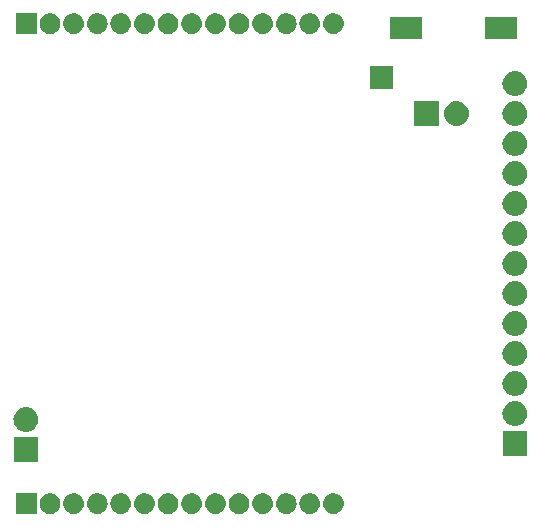
<source format=gbs>
G04 #@! TF.GenerationSoftware,KiCad,Pcbnew,(5.1.0-0)*
G04 #@! TF.CreationDate,2019-04-21T15:27:39+03:00*
G04 #@! TF.ProjectId,ovms-swcan,6f766d73-2d73-4776-9361-6e2e6b696361,1.0*
G04 #@! TF.SameCoordinates,Original*
G04 #@! TF.FileFunction,Soldermask,Bot*
G04 #@! TF.FilePolarity,Negative*
%FSLAX46Y46*%
G04 Gerber Fmt 4.6, Leading zero omitted, Abs format (unit mm)*
G04 Created by KiCad (PCBNEW (5.1.0-0)) date 2019-04-21 15:27:39*
%MOMM*%
%LPD*%
G04 APERTURE LIST*
%ADD10C,0.100000*%
G04 APERTURE END LIST*
D10*
G36*
X139706801Y-97940044D02*
G01*
X139743530Y-97943661D01*
X139795919Y-97959553D01*
X139908469Y-97993694D01*
X140060475Y-98074943D01*
X140193712Y-98184288D01*
X140303057Y-98317525D01*
X140384306Y-98469531D01*
X140418447Y-98582081D01*
X140434339Y-98634470D01*
X140434339Y-98634472D01*
X140451234Y-98806000D01*
X140437119Y-98949301D01*
X140434339Y-98977530D01*
X140418447Y-99029919D01*
X140384306Y-99142469D01*
X140303057Y-99294475D01*
X140193712Y-99427712D01*
X140060475Y-99537057D01*
X139908469Y-99618306D01*
X139795919Y-99652447D01*
X139743530Y-99668339D01*
X139706801Y-99671956D01*
X139614984Y-99681000D01*
X139529016Y-99681000D01*
X139437199Y-99671956D01*
X139400470Y-99668339D01*
X139348081Y-99652447D01*
X139235531Y-99618306D01*
X139083525Y-99537057D01*
X138950288Y-99427712D01*
X138840943Y-99294475D01*
X138759694Y-99142469D01*
X138725553Y-99029919D01*
X138709661Y-98977530D01*
X138706881Y-98949301D01*
X138692766Y-98806000D01*
X138709661Y-98634472D01*
X138709661Y-98634470D01*
X138725553Y-98582081D01*
X138759694Y-98469531D01*
X138840943Y-98317525D01*
X138950288Y-98184288D01*
X139083525Y-98074943D01*
X139235531Y-97993694D01*
X139348081Y-97959553D01*
X139400470Y-97943661D01*
X139437199Y-97940044D01*
X139529016Y-97931000D01*
X139614984Y-97931000D01*
X139706801Y-97940044D01*
X139706801Y-97940044D01*
G37*
G36*
X137706801Y-97940044D02*
G01*
X137743530Y-97943661D01*
X137795919Y-97959553D01*
X137908469Y-97993694D01*
X138060475Y-98074943D01*
X138193712Y-98184288D01*
X138303057Y-98317525D01*
X138384306Y-98469531D01*
X138418447Y-98582081D01*
X138434339Y-98634470D01*
X138434339Y-98634472D01*
X138451234Y-98806000D01*
X138437119Y-98949301D01*
X138434339Y-98977530D01*
X138418447Y-99029919D01*
X138384306Y-99142469D01*
X138303057Y-99294475D01*
X138193712Y-99427712D01*
X138060475Y-99537057D01*
X137908469Y-99618306D01*
X137795919Y-99652447D01*
X137743530Y-99668339D01*
X137706801Y-99671956D01*
X137614984Y-99681000D01*
X137529016Y-99681000D01*
X137437199Y-99671956D01*
X137400470Y-99668339D01*
X137348081Y-99652447D01*
X137235531Y-99618306D01*
X137083525Y-99537057D01*
X136950288Y-99427712D01*
X136840943Y-99294475D01*
X136759694Y-99142469D01*
X136725553Y-99029919D01*
X136709661Y-98977530D01*
X136706881Y-98949301D01*
X136692766Y-98806000D01*
X136709661Y-98634472D01*
X136709661Y-98634470D01*
X136725553Y-98582081D01*
X136759694Y-98469531D01*
X136840943Y-98317525D01*
X136950288Y-98184288D01*
X137083525Y-98074943D01*
X137235531Y-97993694D01*
X137348081Y-97959553D01*
X137400470Y-97943661D01*
X137437199Y-97940044D01*
X137529016Y-97931000D01*
X137614984Y-97931000D01*
X137706801Y-97940044D01*
X137706801Y-97940044D01*
G37*
G36*
X135706801Y-97940044D02*
G01*
X135743530Y-97943661D01*
X135795919Y-97959553D01*
X135908469Y-97993694D01*
X136060475Y-98074943D01*
X136193712Y-98184288D01*
X136303057Y-98317525D01*
X136384306Y-98469531D01*
X136418447Y-98582081D01*
X136434339Y-98634470D01*
X136434339Y-98634472D01*
X136451234Y-98806000D01*
X136437119Y-98949301D01*
X136434339Y-98977530D01*
X136418447Y-99029919D01*
X136384306Y-99142469D01*
X136303057Y-99294475D01*
X136193712Y-99427712D01*
X136060475Y-99537057D01*
X135908469Y-99618306D01*
X135795919Y-99652447D01*
X135743530Y-99668339D01*
X135706801Y-99671956D01*
X135614984Y-99681000D01*
X135529016Y-99681000D01*
X135437199Y-99671956D01*
X135400470Y-99668339D01*
X135348081Y-99652447D01*
X135235531Y-99618306D01*
X135083525Y-99537057D01*
X134950288Y-99427712D01*
X134840943Y-99294475D01*
X134759694Y-99142469D01*
X134725553Y-99029919D01*
X134709661Y-98977530D01*
X134706881Y-98949301D01*
X134692766Y-98806000D01*
X134709661Y-98634472D01*
X134709661Y-98634470D01*
X134725553Y-98582081D01*
X134759694Y-98469531D01*
X134840943Y-98317525D01*
X134950288Y-98184288D01*
X135083525Y-98074943D01*
X135235531Y-97993694D01*
X135348081Y-97959553D01*
X135400470Y-97943661D01*
X135437199Y-97940044D01*
X135529016Y-97931000D01*
X135614984Y-97931000D01*
X135706801Y-97940044D01*
X135706801Y-97940044D01*
G37*
G36*
X133706801Y-97940044D02*
G01*
X133743530Y-97943661D01*
X133795919Y-97959553D01*
X133908469Y-97993694D01*
X134060475Y-98074943D01*
X134193712Y-98184288D01*
X134303057Y-98317525D01*
X134384306Y-98469531D01*
X134418447Y-98582081D01*
X134434339Y-98634470D01*
X134434339Y-98634472D01*
X134451234Y-98806000D01*
X134437119Y-98949301D01*
X134434339Y-98977530D01*
X134418447Y-99029919D01*
X134384306Y-99142469D01*
X134303057Y-99294475D01*
X134193712Y-99427712D01*
X134060475Y-99537057D01*
X133908469Y-99618306D01*
X133795919Y-99652447D01*
X133743530Y-99668339D01*
X133706801Y-99671956D01*
X133614984Y-99681000D01*
X133529016Y-99681000D01*
X133437199Y-99671956D01*
X133400470Y-99668339D01*
X133348081Y-99652447D01*
X133235531Y-99618306D01*
X133083525Y-99537057D01*
X132950288Y-99427712D01*
X132840943Y-99294475D01*
X132759694Y-99142469D01*
X132725553Y-99029919D01*
X132709661Y-98977530D01*
X132706881Y-98949301D01*
X132692766Y-98806000D01*
X132709661Y-98634472D01*
X132709661Y-98634470D01*
X132725553Y-98582081D01*
X132759694Y-98469531D01*
X132840943Y-98317525D01*
X132950288Y-98184288D01*
X133083525Y-98074943D01*
X133235531Y-97993694D01*
X133348081Y-97959553D01*
X133400470Y-97943661D01*
X133437199Y-97940044D01*
X133529016Y-97931000D01*
X133614984Y-97931000D01*
X133706801Y-97940044D01*
X133706801Y-97940044D01*
G37*
G36*
X131706801Y-97940044D02*
G01*
X131743530Y-97943661D01*
X131795919Y-97959553D01*
X131908469Y-97993694D01*
X132060475Y-98074943D01*
X132193712Y-98184288D01*
X132303057Y-98317525D01*
X132384306Y-98469531D01*
X132418447Y-98582081D01*
X132434339Y-98634470D01*
X132434339Y-98634472D01*
X132451234Y-98806000D01*
X132437119Y-98949301D01*
X132434339Y-98977530D01*
X132418447Y-99029919D01*
X132384306Y-99142469D01*
X132303057Y-99294475D01*
X132193712Y-99427712D01*
X132060475Y-99537057D01*
X131908469Y-99618306D01*
X131795919Y-99652447D01*
X131743530Y-99668339D01*
X131706801Y-99671956D01*
X131614984Y-99681000D01*
X131529016Y-99681000D01*
X131437199Y-99671956D01*
X131400470Y-99668339D01*
X131348081Y-99652447D01*
X131235531Y-99618306D01*
X131083525Y-99537057D01*
X130950288Y-99427712D01*
X130840943Y-99294475D01*
X130759694Y-99142469D01*
X130725553Y-99029919D01*
X130709661Y-98977530D01*
X130706881Y-98949301D01*
X130692766Y-98806000D01*
X130709661Y-98634472D01*
X130709661Y-98634470D01*
X130725553Y-98582081D01*
X130759694Y-98469531D01*
X130840943Y-98317525D01*
X130950288Y-98184288D01*
X131083525Y-98074943D01*
X131235531Y-97993694D01*
X131348081Y-97959553D01*
X131400470Y-97943661D01*
X131437199Y-97940044D01*
X131529016Y-97931000D01*
X131614984Y-97931000D01*
X131706801Y-97940044D01*
X131706801Y-97940044D01*
G37*
G36*
X129706801Y-97940044D02*
G01*
X129743530Y-97943661D01*
X129795919Y-97959553D01*
X129908469Y-97993694D01*
X130060475Y-98074943D01*
X130193712Y-98184288D01*
X130303057Y-98317525D01*
X130384306Y-98469531D01*
X130418447Y-98582081D01*
X130434339Y-98634470D01*
X130434339Y-98634472D01*
X130451234Y-98806000D01*
X130437119Y-98949301D01*
X130434339Y-98977530D01*
X130418447Y-99029919D01*
X130384306Y-99142469D01*
X130303057Y-99294475D01*
X130193712Y-99427712D01*
X130060475Y-99537057D01*
X129908469Y-99618306D01*
X129795919Y-99652447D01*
X129743530Y-99668339D01*
X129706801Y-99671956D01*
X129614984Y-99681000D01*
X129529016Y-99681000D01*
X129437199Y-99671956D01*
X129400470Y-99668339D01*
X129348081Y-99652447D01*
X129235531Y-99618306D01*
X129083525Y-99537057D01*
X128950288Y-99427712D01*
X128840943Y-99294475D01*
X128759694Y-99142469D01*
X128725553Y-99029919D01*
X128709661Y-98977530D01*
X128706881Y-98949301D01*
X128692766Y-98806000D01*
X128709661Y-98634472D01*
X128709661Y-98634470D01*
X128725553Y-98582081D01*
X128759694Y-98469531D01*
X128840943Y-98317525D01*
X128950288Y-98184288D01*
X129083525Y-98074943D01*
X129235531Y-97993694D01*
X129348081Y-97959553D01*
X129400470Y-97943661D01*
X129437199Y-97940044D01*
X129529016Y-97931000D01*
X129614984Y-97931000D01*
X129706801Y-97940044D01*
X129706801Y-97940044D01*
G37*
G36*
X127706801Y-97940044D02*
G01*
X127743530Y-97943661D01*
X127795919Y-97959553D01*
X127908469Y-97993694D01*
X128060475Y-98074943D01*
X128193712Y-98184288D01*
X128303057Y-98317525D01*
X128384306Y-98469531D01*
X128418447Y-98582081D01*
X128434339Y-98634470D01*
X128434339Y-98634472D01*
X128451234Y-98806000D01*
X128437119Y-98949301D01*
X128434339Y-98977530D01*
X128418447Y-99029919D01*
X128384306Y-99142469D01*
X128303057Y-99294475D01*
X128193712Y-99427712D01*
X128060475Y-99537057D01*
X127908469Y-99618306D01*
X127795919Y-99652447D01*
X127743530Y-99668339D01*
X127706801Y-99671956D01*
X127614984Y-99681000D01*
X127529016Y-99681000D01*
X127437199Y-99671956D01*
X127400470Y-99668339D01*
X127348081Y-99652447D01*
X127235531Y-99618306D01*
X127083525Y-99537057D01*
X126950288Y-99427712D01*
X126840943Y-99294475D01*
X126759694Y-99142469D01*
X126725553Y-99029919D01*
X126709661Y-98977530D01*
X126706881Y-98949301D01*
X126692766Y-98806000D01*
X126709661Y-98634472D01*
X126709661Y-98634470D01*
X126725553Y-98582081D01*
X126759694Y-98469531D01*
X126840943Y-98317525D01*
X126950288Y-98184288D01*
X127083525Y-98074943D01*
X127235531Y-97993694D01*
X127348081Y-97959553D01*
X127400470Y-97943661D01*
X127437199Y-97940044D01*
X127529016Y-97931000D01*
X127614984Y-97931000D01*
X127706801Y-97940044D01*
X127706801Y-97940044D01*
G37*
G36*
X125706801Y-97940044D02*
G01*
X125743530Y-97943661D01*
X125795919Y-97959553D01*
X125908469Y-97993694D01*
X126060475Y-98074943D01*
X126193712Y-98184288D01*
X126303057Y-98317525D01*
X126384306Y-98469531D01*
X126418447Y-98582081D01*
X126434339Y-98634470D01*
X126434339Y-98634472D01*
X126451234Y-98806000D01*
X126437119Y-98949301D01*
X126434339Y-98977530D01*
X126418447Y-99029919D01*
X126384306Y-99142469D01*
X126303057Y-99294475D01*
X126193712Y-99427712D01*
X126060475Y-99537057D01*
X125908469Y-99618306D01*
X125795919Y-99652447D01*
X125743530Y-99668339D01*
X125706801Y-99671956D01*
X125614984Y-99681000D01*
X125529016Y-99681000D01*
X125437199Y-99671956D01*
X125400470Y-99668339D01*
X125348081Y-99652447D01*
X125235531Y-99618306D01*
X125083525Y-99537057D01*
X124950288Y-99427712D01*
X124840943Y-99294475D01*
X124759694Y-99142469D01*
X124725553Y-99029919D01*
X124709661Y-98977530D01*
X124706881Y-98949301D01*
X124692766Y-98806000D01*
X124709661Y-98634472D01*
X124709661Y-98634470D01*
X124725553Y-98582081D01*
X124759694Y-98469531D01*
X124840943Y-98317525D01*
X124950288Y-98184288D01*
X125083525Y-98074943D01*
X125235531Y-97993694D01*
X125348081Y-97959553D01*
X125400470Y-97943661D01*
X125437199Y-97940044D01*
X125529016Y-97931000D01*
X125614984Y-97931000D01*
X125706801Y-97940044D01*
X125706801Y-97940044D01*
G37*
G36*
X123706801Y-97940044D02*
G01*
X123743530Y-97943661D01*
X123795919Y-97959553D01*
X123908469Y-97993694D01*
X124060475Y-98074943D01*
X124193712Y-98184288D01*
X124303057Y-98317525D01*
X124384306Y-98469531D01*
X124418447Y-98582081D01*
X124434339Y-98634470D01*
X124434339Y-98634472D01*
X124451234Y-98806000D01*
X124437119Y-98949301D01*
X124434339Y-98977530D01*
X124418447Y-99029919D01*
X124384306Y-99142469D01*
X124303057Y-99294475D01*
X124193712Y-99427712D01*
X124060475Y-99537057D01*
X123908469Y-99618306D01*
X123795919Y-99652447D01*
X123743530Y-99668339D01*
X123706801Y-99671956D01*
X123614984Y-99681000D01*
X123529016Y-99681000D01*
X123437199Y-99671956D01*
X123400470Y-99668339D01*
X123348081Y-99652447D01*
X123235531Y-99618306D01*
X123083525Y-99537057D01*
X122950288Y-99427712D01*
X122840943Y-99294475D01*
X122759694Y-99142469D01*
X122725553Y-99029919D01*
X122709661Y-98977530D01*
X122706881Y-98949301D01*
X122692766Y-98806000D01*
X122709661Y-98634472D01*
X122709661Y-98634470D01*
X122725553Y-98582081D01*
X122759694Y-98469531D01*
X122840943Y-98317525D01*
X122950288Y-98184288D01*
X123083525Y-98074943D01*
X123235531Y-97993694D01*
X123348081Y-97959553D01*
X123400470Y-97943661D01*
X123437199Y-97940044D01*
X123529016Y-97931000D01*
X123614984Y-97931000D01*
X123706801Y-97940044D01*
X123706801Y-97940044D01*
G37*
G36*
X121706801Y-97940044D02*
G01*
X121743530Y-97943661D01*
X121795919Y-97959553D01*
X121908469Y-97993694D01*
X122060475Y-98074943D01*
X122193712Y-98184288D01*
X122303057Y-98317525D01*
X122384306Y-98469531D01*
X122418447Y-98582081D01*
X122434339Y-98634470D01*
X122434339Y-98634472D01*
X122451234Y-98806000D01*
X122437119Y-98949301D01*
X122434339Y-98977530D01*
X122418447Y-99029919D01*
X122384306Y-99142469D01*
X122303057Y-99294475D01*
X122193712Y-99427712D01*
X122060475Y-99537057D01*
X121908469Y-99618306D01*
X121795919Y-99652447D01*
X121743530Y-99668339D01*
X121706801Y-99671956D01*
X121614984Y-99681000D01*
X121529016Y-99681000D01*
X121437199Y-99671956D01*
X121400470Y-99668339D01*
X121348081Y-99652447D01*
X121235531Y-99618306D01*
X121083525Y-99537057D01*
X120950288Y-99427712D01*
X120840943Y-99294475D01*
X120759694Y-99142469D01*
X120725553Y-99029919D01*
X120709661Y-98977530D01*
X120706881Y-98949301D01*
X120692766Y-98806000D01*
X120709661Y-98634472D01*
X120709661Y-98634470D01*
X120725553Y-98582081D01*
X120759694Y-98469531D01*
X120840943Y-98317525D01*
X120950288Y-98184288D01*
X121083525Y-98074943D01*
X121235531Y-97993694D01*
X121348081Y-97959553D01*
X121400470Y-97943661D01*
X121437199Y-97940044D01*
X121529016Y-97931000D01*
X121614984Y-97931000D01*
X121706801Y-97940044D01*
X121706801Y-97940044D01*
G37*
G36*
X119706801Y-97940044D02*
G01*
X119743530Y-97943661D01*
X119795919Y-97959553D01*
X119908469Y-97993694D01*
X120060475Y-98074943D01*
X120193712Y-98184288D01*
X120303057Y-98317525D01*
X120384306Y-98469531D01*
X120418447Y-98582081D01*
X120434339Y-98634470D01*
X120434339Y-98634472D01*
X120451234Y-98806000D01*
X120437119Y-98949301D01*
X120434339Y-98977530D01*
X120418447Y-99029919D01*
X120384306Y-99142469D01*
X120303057Y-99294475D01*
X120193712Y-99427712D01*
X120060475Y-99537057D01*
X119908469Y-99618306D01*
X119795919Y-99652447D01*
X119743530Y-99668339D01*
X119706801Y-99671956D01*
X119614984Y-99681000D01*
X119529016Y-99681000D01*
X119437199Y-99671956D01*
X119400470Y-99668339D01*
X119348081Y-99652447D01*
X119235531Y-99618306D01*
X119083525Y-99537057D01*
X118950288Y-99427712D01*
X118840943Y-99294475D01*
X118759694Y-99142469D01*
X118725553Y-99029919D01*
X118709661Y-98977530D01*
X118706881Y-98949301D01*
X118692766Y-98806000D01*
X118709661Y-98634472D01*
X118709661Y-98634470D01*
X118725553Y-98582081D01*
X118759694Y-98469531D01*
X118840943Y-98317525D01*
X118950288Y-98184288D01*
X119083525Y-98074943D01*
X119235531Y-97993694D01*
X119348081Y-97959553D01*
X119400470Y-97943661D01*
X119437199Y-97940044D01*
X119529016Y-97931000D01*
X119614984Y-97931000D01*
X119706801Y-97940044D01*
X119706801Y-97940044D01*
G37*
G36*
X117706801Y-97940044D02*
G01*
X117743530Y-97943661D01*
X117795919Y-97959553D01*
X117908469Y-97993694D01*
X118060475Y-98074943D01*
X118193712Y-98184288D01*
X118303057Y-98317525D01*
X118384306Y-98469531D01*
X118418447Y-98582081D01*
X118434339Y-98634470D01*
X118434339Y-98634472D01*
X118451234Y-98806000D01*
X118437119Y-98949301D01*
X118434339Y-98977530D01*
X118418447Y-99029919D01*
X118384306Y-99142469D01*
X118303057Y-99294475D01*
X118193712Y-99427712D01*
X118060475Y-99537057D01*
X117908469Y-99618306D01*
X117795919Y-99652447D01*
X117743530Y-99668339D01*
X117706801Y-99671956D01*
X117614984Y-99681000D01*
X117529016Y-99681000D01*
X117437199Y-99671956D01*
X117400470Y-99668339D01*
X117348081Y-99652447D01*
X117235531Y-99618306D01*
X117083525Y-99537057D01*
X116950288Y-99427712D01*
X116840943Y-99294475D01*
X116759694Y-99142469D01*
X116725553Y-99029919D01*
X116709661Y-98977530D01*
X116706881Y-98949301D01*
X116692766Y-98806000D01*
X116709661Y-98634472D01*
X116709661Y-98634470D01*
X116725553Y-98582081D01*
X116759694Y-98469531D01*
X116840943Y-98317525D01*
X116950288Y-98184288D01*
X117083525Y-98074943D01*
X117235531Y-97993694D01*
X117348081Y-97959553D01*
X117400470Y-97943661D01*
X117437199Y-97940044D01*
X117529016Y-97931000D01*
X117614984Y-97931000D01*
X117706801Y-97940044D01*
X117706801Y-97940044D01*
G37*
G36*
X115706801Y-97940044D02*
G01*
X115743530Y-97943661D01*
X115795919Y-97959553D01*
X115908469Y-97993694D01*
X116060475Y-98074943D01*
X116193712Y-98184288D01*
X116303057Y-98317525D01*
X116384306Y-98469531D01*
X116418447Y-98582081D01*
X116434339Y-98634470D01*
X116434339Y-98634472D01*
X116451234Y-98806000D01*
X116437119Y-98949301D01*
X116434339Y-98977530D01*
X116418447Y-99029919D01*
X116384306Y-99142469D01*
X116303057Y-99294475D01*
X116193712Y-99427712D01*
X116060475Y-99537057D01*
X115908469Y-99618306D01*
X115795919Y-99652447D01*
X115743530Y-99668339D01*
X115706801Y-99671956D01*
X115614984Y-99681000D01*
X115529016Y-99681000D01*
X115437199Y-99671956D01*
X115400470Y-99668339D01*
X115348081Y-99652447D01*
X115235531Y-99618306D01*
X115083525Y-99537057D01*
X114950288Y-99427712D01*
X114840943Y-99294475D01*
X114759694Y-99142469D01*
X114725553Y-99029919D01*
X114709661Y-98977530D01*
X114706881Y-98949301D01*
X114692766Y-98806000D01*
X114709661Y-98634472D01*
X114709661Y-98634470D01*
X114725553Y-98582081D01*
X114759694Y-98469531D01*
X114840943Y-98317525D01*
X114950288Y-98184288D01*
X115083525Y-98074943D01*
X115235531Y-97993694D01*
X115348081Y-97959553D01*
X115400470Y-97943661D01*
X115437199Y-97940044D01*
X115529016Y-97931000D01*
X115614984Y-97931000D01*
X115706801Y-97940044D01*
X115706801Y-97940044D01*
G37*
G36*
X114447000Y-99681000D02*
G01*
X112697000Y-99681000D01*
X112697000Y-97931000D01*
X114447000Y-97931000D01*
X114447000Y-99681000D01*
X114447000Y-99681000D01*
G37*
G36*
X114588000Y-95284000D02*
G01*
X112488000Y-95284000D01*
X112488000Y-93184000D01*
X114588000Y-93184000D01*
X114588000Y-95284000D01*
X114588000Y-95284000D01*
G37*
G36*
X155990000Y-94776000D02*
G01*
X153890000Y-94776000D01*
X153890000Y-92676000D01*
X155990000Y-92676000D01*
X155990000Y-94776000D01*
X155990000Y-94776000D01*
G37*
G36*
X113705271Y-90655395D02*
G01*
X113743836Y-90659193D01*
X113875787Y-90699220D01*
X113941763Y-90719233D01*
X114124169Y-90816731D01*
X114284054Y-90947946D01*
X114415269Y-91107831D01*
X114512767Y-91290237D01*
X114512767Y-91290238D01*
X114572807Y-91488164D01*
X114572807Y-91488166D01*
X114593081Y-91694000D01*
X114585381Y-91772171D01*
X114572807Y-91899836D01*
X114532780Y-92031787D01*
X114512767Y-92097763D01*
X114415269Y-92280169D01*
X114284054Y-92440054D01*
X114124169Y-92571269D01*
X113941763Y-92668767D01*
X113875787Y-92688780D01*
X113743836Y-92728807D01*
X113705271Y-92732605D01*
X113589584Y-92744000D01*
X113486416Y-92744000D01*
X113370729Y-92732605D01*
X113332164Y-92728807D01*
X113200213Y-92688780D01*
X113134237Y-92668767D01*
X112951831Y-92571269D01*
X112791946Y-92440054D01*
X112660731Y-92280169D01*
X112563233Y-92097763D01*
X112543220Y-92031787D01*
X112503193Y-91899836D01*
X112490619Y-91772171D01*
X112482919Y-91694000D01*
X112503193Y-91488166D01*
X112503193Y-91488164D01*
X112563233Y-91290238D01*
X112563233Y-91290237D01*
X112660731Y-91107831D01*
X112791946Y-90947946D01*
X112951831Y-90816731D01*
X113134237Y-90719233D01*
X113200213Y-90699220D01*
X113332164Y-90659193D01*
X113370729Y-90655395D01*
X113486416Y-90644000D01*
X113589584Y-90644000D01*
X113705271Y-90655395D01*
X113705271Y-90655395D01*
G37*
G36*
X155107272Y-90147395D02*
G01*
X155145836Y-90151193D01*
X155277787Y-90191220D01*
X155343763Y-90211233D01*
X155526169Y-90308731D01*
X155686054Y-90439946D01*
X155817269Y-90599831D01*
X155914767Y-90782237D01*
X155914767Y-90782238D01*
X155974807Y-90980164D01*
X155974807Y-90980166D01*
X155995081Y-91186000D01*
X155978143Y-91357961D01*
X155974807Y-91391836D01*
X155945586Y-91488164D01*
X155914767Y-91589763D01*
X155817269Y-91772169D01*
X155686054Y-91932054D01*
X155526169Y-92063269D01*
X155343763Y-92160767D01*
X155277787Y-92180780D01*
X155145836Y-92220807D01*
X155107272Y-92224605D01*
X154991584Y-92236000D01*
X154888416Y-92236000D01*
X154772728Y-92224605D01*
X154734164Y-92220807D01*
X154602213Y-92180780D01*
X154536237Y-92160767D01*
X154353831Y-92063269D01*
X154193946Y-91932054D01*
X154062731Y-91772169D01*
X153965233Y-91589763D01*
X153934414Y-91488164D01*
X153905193Y-91391836D01*
X153901857Y-91357961D01*
X153884919Y-91186000D01*
X153905193Y-90980166D01*
X153905193Y-90980164D01*
X153965233Y-90782238D01*
X153965233Y-90782237D01*
X154062731Y-90599831D01*
X154193946Y-90439946D01*
X154353831Y-90308731D01*
X154536237Y-90211233D01*
X154602213Y-90191220D01*
X154734164Y-90151193D01*
X154772728Y-90147395D01*
X154888416Y-90136000D01*
X154991584Y-90136000D01*
X155107272Y-90147395D01*
X155107272Y-90147395D01*
G37*
G36*
X155107272Y-87607395D02*
G01*
X155145836Y-87611193D01*
X155277787Y-87651220D01*
X155343763Y-87671233D01*
X155526169Y-87768731D01*
X155686054Y-87899946D01*
X155817269Y-88059831D01*
X155914767Y-88242237D01*
X155914767Y-88242238D01*
X155974807Y-88440164D01*
X155974807Y-88440166D01*
X155995081Y-88646000D01*
X155978143Y-88817961D01*
X155974807Y-88851836D01*
X155934780Y-88983787D01*
X155914767Y-89049763D01*
X155817269Y-89232169D01*
X155686054Y-89392054D01*
X155526169Y-89523269D01*
X155343763Y-89620767D01*
X155277787Y-89640780D01*
X155145836Y-89680807D01*
X155107272Y-89684605D01*
X154991584Y-89696000D01*
X154888416Y-89696000D01*
X154772728Y-89684605D01*
X154734164Y-89680807D01*
X154602213Y-89640780D01*
X154536237Y-89620767D01*
X154353831Y-89523269D01*
X154193946Y-89392054D01*
X154062731Y-89232169D01*
X153965233Y-89049763D01*
X153945220Y-88983787D01*
X153905193Y-88851836D01*
X153901857Y-88817961D01*
X153884919Y-88646000D01*
X153905193Y-88440166D01*
X153905193Y-88440164D01*
X153965233Y-88242238D01*
X153965233Y-88242237D01*
X154062731Y-88059831D01*
X154193946Y-87899946D01*
X154353831Y-87768731D01*
X154536237Y-87671233D01*
X154602213Y-87651220D01*
X154734164Y-87611193D01*
X154772728Y-87607395D01*
X154888416Y-87596000D01*
X154991584Y-87596000D01*
X155107272Y-87607395D01*
X155107272Y-87607395D01*
G37*
G36*
X155107272Y-85067395D02*
G01*
X155145836Y-85071193D01*
X155277787Y-85111220D01*
X155343763Y-85131233D01*
X155526169Y-85228731D01*
X155686054Y-85359946D01*
X155817269Y-85519831D01*
X155914767Y-85702237D01*
X155914767Y-85702238D01*
X155974807Y-85900164D01*
X155974807Y-85900166D01*
X155995081Y-86106000D01*
X155978143Y-86277961D01*
X155974807Y-86311836D01*
X155934780Y-86443787D01*
X155914767Y-86509763D01*
X155817269Y-86692169D01*
X155686054Y-86852054D01*
X155526169Y-86983269D01*
X155343763Y-87080767D01*
X155277787Y-87100780D01*
X155145836Y-87140807D01*
X155107272Y-87144605D01*
X154991584Y-87156000D01*
X154888416Y-87156000D01*
X154772728Y-87144605D01*
X154734164Y-87140807D01*
X154602213Y-87100780D01*
X154536237Y-87080767D01*
X154353831Y-86983269D01*
X154193946Y-86852054D01*
X154062731Y-86692169D01*
X153965233Y-86509763D01*
X153945220Y-86443787D01*
X153905193Y-86311836D01*
X153901857Y-86277961D01*
X153884919Y-86106000D01*
X153905193Y-85900166D01*
X153905193Y-85900164D01*
X153965233Y-85702238D01*
X153965233Y-85702237D01*
X154062731Y-85519831D01*
X154193946Y-85359946D01*
X154353831Y-85228731D01*
X154536237Y-85131233D01*
X154602213Y-85111220D01*
X154734164Y-85071193D01*
X154772728Y-85067395D01*
X154888416Y-85056000D01*
X154991584Y-85056000D01*
X155107272Y-85067395D01*
X155107272Y-85067395D01*
G37*
G36*
X155107272Y-82527395D02*
G01*
X155145836Y-82531193D01*
X155277787Y-82571220D01*
X155343763Y-82591233D01*
X155526169Y-82688731D01*
X155686054Y-82819946D01*
X155817269Y-82979831D01*
X155914767Y-83162237D01*
X155914767Y-83162238D01*
X155974807Y-83360164D01*
X155974807Y-83360166D01*
X155995081Y-83566000D01*
X155978143Y-83737961D01*
X155974807Y-83771836D01*
X155934780Y-83903787D01*
X155914767Y-83969763D01*
X155817269Y-84152169D01*
X155686054Y-84312054D01*
X155526169Y-84443269D01*
X155343763Y-84540767D01*
X155277787Y-84560780D01*
X155145836Y-84600807D01*
X155107271Y-84604605D01*
X154991584Y-84616000D01*
X154888416Y-84616000D01*
X154772729Y-84604605D01*
X154734164Y-84600807D01*
X154602213Y-84560780D01*
X154536237Y-84540767D01*
X154353831Y-84443269D01*
X154193946Y-84312054D01*
X154062731Y-84152169D01*
X153965233Y-83969763D01*
X153945220Y-83903787D01*
X153905193Y-83771836D01*
X153901857Y-83737961D01*
X153884919Y-83566000D01*
X153905193Y-83360166D01*
X153905193Y-83360164D01*
X153965233Y-83162238D01*
X153965233Y-83162237D01*
X154062731Y-82979831D01*
X154193946Y-82819946D01*
X154353831Y-82688731D01*
X154536237Y-82591233D01*
X154602213Y-82571220D01*
X154734164Y-82531193D01*
X154772728Y-82527395D01*
X154888416Y-82516000D01*
X154991584Y-82516000D01*
X155107272Y-82527395D01*
X155107272Y-82527395D01*
G37*
G36*
X155107272Y-79987395D02*
G01*
X155145836Y-79991193D01*
X155277787Y-80031220D01*
X155343763Y-80051233D01*
X155526169Y-80148731D01*
X155686054Y-80279946D01*
X155817269Y-80439831D01*
X155914767Y-80622237D01*
X155914767Y-80622238D01*
X155974807Y-80820164D01*
X155974807Y-80820166D01*
X155995081Y-81026000D01*
X155978143Y-81197961D01*
X155974807Y-81231836D01*
X155934780Y-81363787D01*
X155914767Y-81429763D01*
X155817269Y-81612169D01*
X155686054Y-81772054D01*
X155526169Y-81903269D01*
X155343763Y-82000767D01*
X155277787Y-82020780D01*
X155145836Y-82060807D01*
X155107271Y-82064605D01*
X154991584Y-82076000D01*
X154888416Y-82076000D01*
X154772729Y-82064605D01*
X154734164Y-82060807D01*
X154602213Y-82020780D01*
X154536237Y-82000767D01*
X154353831Y-81903269D01*
X154193946Y-81772054D01*
X154062731Y-81612169D01*
X153965233Y-81429763D01*
X153945220Y-81363787D01*
X153905193Y-81231836D01*
X153901857Y-81197961D01*
X153884919Y-81026000D01*
X153905193Y-80820166D01*
X153905193Y-80820164D01*
X153965233Y-80622238D01*
X153965233Y-80622237D01*
X154062731Y-80439831D01*
X154193946Y-80279946D01*
X154353831Y-80148731D01*
X154536237Y-80051233D01*
X154602213Y-80031220D01*
X154734164Y-79991193D01*
X154772728Y-79987395D01*
X154888416Y-79976000D01*
X154991584Y-79976000D01*
X155107272Y-79987395D01*
X155107272Y-79987395D01*
G37*
G36*
X155107272Y-77447395D02*
G01*
X155145836Y-77451193D01*
X155277787Y-77491220D01*
X155343763Y-77511233D01*
X155526169Y-77608731D01*
X155686054Y-77739946D01*
X155817269Y-77899831D01*
X155914767Y-78082237D01*
X155914767Y-78082238D01*
X155974807Y-78280164D01*
X155974807Y-78280166D01*
X155995081Y-78486000D01*
X155978143Y-78657961D01*
X155974807Y-78691836D01*
X155934780Y-78823787D01*
X155914767Y-78889763D01*
X155817269Y-79072169D01*
X155686054Y-79232054D01*
X155526169Y-79363269D01*
X155343763Y-79460767D01*
X155277787Y-79480780D01*
X155145836Y-79520807D01*
X155107271Y-79524605D01*
X154991584Y-79536000D01*
X154888416Y-79536000D01*
X154772729Y-79524605D01*
X154734164Y-79520807D01*
X154602213Y-79480780D01*
X154536237Y-79460767D01*
X154353831Y-79363269D01*
X154193946Y-79232054D01*
X154062731Y-79072169D01*
X153965233Y-78889763D01*
X153945220Y-78823787D01*
X153905193Y-78691836D01*
X153901857Y-78657961D01*
X153884919Y-78486000D01*
X153905193Y-78280166D01*
X153905193Y-78280164D01*
X153965233Y-78082238D01*
X153965233Y-78082237D01*
X154062731Y-77899831D01*
X154193946Y-77739946D01*
X154353831Y-77608731D01*
X154536237Y-77511233D01*
X154602213Y-77491220D01*
X154734164Y-77451193D01*
X154772728Y-77447395D01*
X154888416Y-77436000D01*
X154991584Y-77436000D01*
X155107272Y-77447395D01*
X155107272Y-77447395D01*
G37*
G36*
X155107272Y-74907395D02*
G01*
X155145836Y-74911193D01*
X155277787Y-74951220D01*
X155343763Y-74971233D01*
X155526169Y-75068731D01*
X155686054Y-75199946D01*
X155817269Y-75359831D01*
X155914767Y-75542237D01*
X155914767Y-75542238D01*
X155974807Y-75740164D01*
X155974807Y-75740166D01*
X155995081Y-75946000D01*
X155978143Y-76117961D01*
X155974807Y-76151836D01*
X155934780Y-76283787D01*
X155914767Y-76349763D01*
X155817269Y-76532169D01*
X155686054Y-76692054D01*
X155526169Y-76823269D01*
X155343763Y-76920767D01*
X155277787Y-76940780D01*
X155145836Y-76980807D01*
X155107271Y-76984605D01*
X154991584Y-76996000D01*
X154888416Y-76996000D01*
X154772729Y-76984605D01*
X154734164Y-76980807D01*
X154602213Y-76940780D01*
X154536237Y-76920767D01*
X154353831Y-76823269D01*
X154193946Y-76692054D01*
X154062731Y-76532169D01*
X153965233Y-76349763D01*
X153945220Y-76283787D01*
X153905193Y-76151836D01*
X153901857Y-76117961D01*
X153884919Y-75946000D01*
X153905193Y-75740166D01*
X153905193Y-75740164D01*
X153965233Y-75542238D01*
X153965233Y-75542237D01*
X154062731Y-75359831D01*
X154193946Y-75199946D01*
X154353831Y-75068731D01*
X154536237Y-74971233D01*
X154602213Y-74951220D01*
X154734164Y-74911193D01*
X154772728Y-74907395D01*
X154888416Y-74896000D01*
X154991584Y-74896000D01*
X155107272Y-74907395D01*
X155107272Y-74907395D01*
G37*
G36*
X155107272Y-72367395D02*
G01*
X155145836Y-72371193D01*
X155277787Y-72411220D01*
X155343763Y-72431233D01*
X155526169Y-72528731D01*
X155686054Y-72659946D01*
X155817269Y-72819831D01*
X155914767Y-73002237D01*
X155914767Y-73002238D01*
X155974807Y-73200164D01*
X155974807Y-73200166D01*
X155995081Y-73406000D01*
X155978143Y-73577961D01*
X155974807Y-73611836D01*
X155934780Y-73743787D01*
X155914767Y-73809763D01*
X155817269Y-73992169D01*
X155686054Y-74152054D01*
X155526169Y-74283269D01*
X155343763Y-74380767D01*
X155277787Y-74400780D01*
X155145836Y-74440807D01*
X155107271Y-74444605D01*
X154991584Y-74456000D01*
X154888416Y-74456000D01*
X154772729Y-74444605D01*
X154734164Y-74440807D01*
X154602213Y-74400780D01*
X154536237Y-74380767D01*
X154353831Y-74283269D01*
X154193946Y-74152054D01*
X154062731Y-73992169D01*
X153965233Y-73809763D01*
X153945220Y-73743787D01*
X153905193Y-73611836D01*
X153901857Y-73577961D01*
X153884919Y-73406000D01*
X153905193Y-73200166D01*
X153905193Y-73200164D01*
X153965233Y-73002238D01*
X153965233Y-73002237D01*
X154062731Y-72819831D01*
X154193946Y-72659946D01*
X154353831Y-72528731D01*
X154536237Y-72431233D01*
X154602213Y-72411220D01*
X154734164Y-72371193D01*
X154772728Y-72367395D01*
X154888416Y-72356000D01*
X154991584Y-72356000D01*
X155107272Y-72367395D01*
X155107272Y-72367395D01*
G37*
G36*
X155107271Y-69827395D02*
G01*
X155145836Y-69831193D01*
X155277787Y-69871220D01*
X155343763Y-69891233D01*
X155526169Y-69988731D01*
X155686054Y-70119946D01*
X155817269Y-70279831D01*
X155914767Y-70462237D01*
X155914767Y-70462238D01*
X155974807Y-70660164D01*
X155974807Y-70660166D01*
X155995081Y-70866000D01*
X155978143Y-71037961D01*
X155974807Y-71071836D01*
X155934780Y-71203787D01*
X155914767Y-71269763D01*
X155817269Y-71452169D01*
X155686054Y-71612054D01*
X155526169Y-71743269D01*
X155343763Y-71840767D01*
X155277787Y-71860780D01*
X155145836Y-71900807D01*
X155107271Y-71904605D01*
X154991584Y-71916000D01*
X154888416Y-71916000D01*
X154772729Y-71904605D01*
X154734164Y-71900807D01*
X154602213Y-71860780D01*
X154536237Y-71840767D01*
X154353831Y-71743269D01*
X154193946Y-71612054D01*
X154062731Y-71452169D01*
X153965233Y-71269763D01*
X153945220Y-71203787D01*
X153905193Y-71071836D01*
X153901857Y-71037961D01*
X153884919Y-70866000D01*
X153905193Y-70660166D01*
X153905193Y-70660164D01*
X153965233Y-70462238D01*
X153965233Y-70462237D01*
X154062731Y-70279831D01*
X154193946Y-70119946D01*
X154353831Y-69988731D01*
X154536237Y-69891233D01*
X154602213Y-69871220D01*
X154734164Y-69831193D01*
X154772729Y-69827395D01*
X154888416Y-69816000D01*
X154991584Y-69816000D01*
X155107271Y-69827395D01*
X155107271Y-69827395D01*
G37*
G36*
X155107271Y-67287395D02*
G01*
X155145836Y-67291193D01*
X155277787Y-67331220D01*
X155343763Y-67351233D01*
X155526169Y-67448731D01*
X155686054Y-67579946D01*
X155817269Y-67739831D01*
X155914767Y-67922237D01*
X155914767Y-67922238D01*
X155974807Y-68120164D01*
X155974807Y-68120166D01*
X155995081Y-68326000D01*
X155978143Y-68497961D01*
X155974807Y-68531836D01*
X155934780Y-68663787D01*
X155914767Y-68729763D01*
X155817269Y-68912169D01*
X155686054Y-69072054D01*
X155526169Y-69203269D01*
X155343763Y-69300767D01*
X155277787Y-69320780D01*
X155145836Y-69360807D01*
X155107271Y-69364605D01*
X154991584Y-69376000D01*
X154888416Y-69376000D01*
X154772729Y-69364605D01*
X154734164Y-69360807D01*
X154602213Y-69320780D01*
X154536237Y-69300767D01*
X154353831Y-69203269D01*
X154193946Y-69072054D01*
X154062731Y-68912169D01*
X153965233Y-68729763D01*
X153945220Y-68663787D01*
X153905193Y-68531836D01*
X153901857Y-68497961D01*
X153884919Y-68326000D01*
X153905193Y-68120166D01*
X153905193Y-68120164D01*
X153965233Y-67922238D01*
X153965233Y-67922237D01*
X154062731Y-67739831D01*
X154193946Y-67579946D01*
X154353831Y-67448731D01*
X154536237Y-67351233D01*
X154602213Y-67331220D01*
X154734164Y-67291193D01*
X154772729Y-67287395D01*
X154888416Y-67276000D01*
X154991584Y-67276000D01*
X155107271Y-67287395D01*
X155107271Y-67287395D01*
G37*
G36*
X155107271Y-64747395D02*
G01*
X155145836Y-64751193D01*
X155277787Y-64791220D01*
X155343763Y-64811233D01*
X155526169Y-64908731D01*
X155686054Y-65039946D01*
X155817269Y-65199831D01*
X155914767Y-65382237D01*
X155914767Y-65382238D01*
X155974807Y-65580164D01*
X155974807Y-65580166D01*
X155995081Y-65786000D01*
X155978143Y-65957961D01*
X155974807Y-65991836D01*
X155934780Y-66123787D01*
X155914767Y-66189763D01*
X155817269Y-66372169D01*
X155686054Y-66532054D01*
X155526169Y-66663269D01*
X155343763Y-66760767D01*
X155277787Y-66780780D01*
X155145836Y-66820807D01*
X155107271Y-66824605D01*
X154991584Y-66836000D01*
X154888416Y-66836000D01*
X154772729Y-66824605D01*
X154734164Y-66820807D01*
X154602213Y-66780780D01*
X154536237Y-66760767D01*
X154353831Y-66663269D01*
X154193946Y-66532054D01*
X154062731Y-66372169D01*
X153965233Y-66189763D01*
X153945220Y-66123787D01*
X153905193Y-65991836D01*
X153901857Y-65957961D01*
X153884919Y-65786000D01*
X153905193Y-65580166D01*
X153905193Y-65580164D01*
X153965233Y-65382238D01*
X153965233Y-65382237D01*
X154062731Y-65199831D01*
X154193946Y-65039946D01*
X154353831Y-64908731D01*
X154536237Y-64811233D01*
X154602213Y-64791220D01*
X154734164Y-64751193D01*
X154772729Y-64747395D01*
X154888416Y-64736000D01*
X154991584Y-64736000D01*
X155107271Y-64747395D01*
X155107271Y-64747395D01*
G37*
G36*
X148497000Y-66836000D02*
G01*
X146397000Y-66836000D01*
X146397000Y-64736000D01*
X148497000Y-64736000D01*
X148497000Y-66836000D01*
X148497000Y-66836000D01*
G37*
G36*
X150154271Y-64747395D02*
G01*
X150192836Y-64751193D01*
X150324787Y-64791220D01*
X150390763Y-64811233D01*
X150573169Y-64908731D01*
X150733054Y-65039946D01*
X150864269Y-65199831D01*
X150961767Y-65382237D01*
X150961767Y-65382238D01*
X151021807Y-65580164D01*
X151021807Y-65580166D01*
X151042081Y-65786000D01*
X151025143Y-65957961D01*
X151021807Y-65991836D01*
X150981780Y-66123787D01*
X150961767Y-66189763D01*
X150864269Y-66372169D01*
X150733054Y-66532054D01*
X150573169Y-66663269D01*
X150390763Y-66760767D01*
X150324787Y-66780780D01*
X150192836Y-66820807D01*
X150154271Y-66824605D01*
X150038584Y-66836000D01*
X149935416Y-66836000D01*
X149819729Y-66824605D01*
X149781164Y-66820807D01*
X149649213Y-66780780D01*
X149583237Y-66760767D01*
X149400831Y-66663269D01*
X149240946Y-66532054D01*
X149109731Y-66372169D01*
X149012233Y-66189763D01*
X148992220Y-66123787D01*
X148952193Y-65991836D01*
X148948857Y-65957961D01*
X148931919Y-65786000D01*
X148952193Y-65580166D01*
X148952193Y-65580164D01*
X149012233Y-65382238D01*
X149012233Y-65382237D01*
X149109731Y-65199831D01*
X149240946Y-65039946D01*
X149400831Y-64908731D01*
X149583237Y-64811233D01*
X149649213Y-64791220D01*
X149781164Y-64751193D01*
X149819729Y-64747395D01*
X149935416Y-64736000D01*
X150038584Y-64736000D01*
X150154271Y-64747395D01*
X150154271Y-64747395D01*
G37*
G36*
X155107271Y-62207395D02*
G01*
X155145836Y-62211193D01*
X155277787Y-62251220D01*
X155343763Y-62271233D01*
X155526169Y-62368731D01*
X155686054Y-62499946D01*
X155817269Y-62659831D01*
X155914767Y-62842237D01*
X155914767Y-62842238D01*
X155974807Y-63040164D01*
X155974807Y-63040166D01*
X155995081Y-63246000D01*
X155978143Y-63417961D01*
X155974807Y-63451836D01*
X155934780Y-63583787D01*
X155914767Y-63649763D01*
X155817269Y-63832169D01*
X155686054Y-63992054D01*
X155526169Y-64123269D01*
X155343763Y-64220767D01*
X155277787Y-64240780D01*
X155145836Y-64280807D01*
X155107272Y-64284605D01*
X154991584Y-64296000D01*
X154888416Y-64296000D01*
X154772728Y-64284605D01*
X154734164Y-64280807D01*
X154602213Y-64240780D01*
X154536237Y-64220767D01*
X154353831Y-64123269D01*
X154193946Y-63992054D01*
X154062731Y-63832169D01*
X153965233Y-63649763D01*
X153945220Y-63583787D01*
X153905193Y-63451836D01*
X153901857Y-63417961D01*
X153884919Y-63246000D01*
X153905193Y-63040166D01*
X153905193Y-63040164D01*
X153965233Y-62842238D01*
X153965233Y-62842237D01*
X154062731Y-62659831D01*
X154193946Y-62499946D01*
X154353831Y-62368731D01*
X154536237Y-62271233D01*
X154602213Y-62251220D01*
X154734164Y-62211193D01*
X154772729Y-62207395D01*
X154888416Y-62196000D01*
X154991584Y-62196000D01*
X155107271Y-62207395D01*
X155107271Y-62207395D01*
G37*
G36*
X144587000Y-63688000D02*
G01*
X142687000Y-63688000D01*
X142687000Y-61788000D01*
X144587000Y-61788000D01*
X144587000Y-63688000D01*
X144587000Y-63688000D01*
G37*
G36*
X147034000Y-59497000D02*
G01*
X144334000Y-59497000D01*
X144334000Y-57597000D01*
X147034000Y-57597000D01*
X147034000Y-59497000D01*
X147034000Y-59497000D01*
G37*
G36*
X155147000Y-59497000D02*
G01*
X152447000Y-59497000D01*
X152447000Y-57597000D01*
X155147000Y-57597000D01*
X155147000Y-59497000D01*
X155147000Y-59497000D01*
G37*
G36*
X139706801Y-57300044D02*
G01*
X139743530Y-57303661D01*
X139795919Y-57319553D01*
X139908469Y-57353694D01*
X140060475Y-57434943D01*
X140193712Y-57544288D01*
X140303057Y-57677525D01*
X140384306Y-57829531D01*
X140418447Y-57942081D01*
X140434339Y-57994470D01*
X140434339Y-57994472D01*
X140451234Y-58166000D01*
X140437119Y-58309301D01*
X140434339Y-58337530D01*
X140418447Y-58389919D01*
X140384306Y-58502469D01*
X140303057Y-58654475D01*
X140193712Y-58787712D01*
X140060475Y-58897057D01*
X139908469Y-58978306D01*
X139795919Y-59012447D01*
X139743530Y-59028339D01*
X139706801Y-59031956D01*
X139614984Y-59041000D01*
X139529016Y-59041000D01*
X139437199Y-59031956D01*
X139400470Y-59028339D01*
X139348081Y-59012447D01*
X139235531Y-58978306D01*
X139083525Y-58897057D01*
X138950288Y-58787712D01*
X138840943Y-58654475D01*
X138759694Y-58502469D01*
X138725553Y-58389919D01*
X138709661Y-58337530D01*
X138706881Y-58309301D01*
X138692766Y-58166000D01*
X138709661Y-57994472D01*
X138709661Y-57994470D01*
X138725553Y-57942081D01*
X138759694Y-57829531D01*
X138840943Y-57677525D01*
X138950288Y-57544288D01*
X139083525Y-57434943D01*
X139235531Y-57353694D01*
X139348081Y-57319553D01*
X139400470Y-57303661D01*
X139437199Y-57300044D01*
X139529016Y-57291000D01*
X139614984Y-57291000D01*
X139706801Y-57300044D01*
X139706801Y-57300044D01*
G37*
G36*
X131706801Y-57300044D02*
G01*
X131743530Y-57303661D01*
X131795919Y-57319553D01*
X131908469Y-57353694D01*
X132060475Y-57434943D01*
X132193712Y-57544288D01*
X132303057Y-57677525D01*
X132384306Y-57829531D01*
X132418447Y-57942081D01*
X132434339Y-57994470D01*
X132434339Y-57994472D01*
X132451234Y-58166000D01*
X132437119Y-58309301D01*
X132434339Y-58337530D01*
X132418447Y-58389919D01*
X132384306Y-58502469D01*
X132303057Y-58654475D01*
X132193712Y-58787712D01*
X132060475Y-58897057D01*
X131908469Y-58978306D01*
X131795919Y-59012447D01*
X131743530Y-59028339D01*
X131706801Y-59031956D01*
X131614984Y-59041000D01*
X131529016Y-59041000D01*
X131437199Y-59031956D01*
X131400470Y-59028339D01*
X131348081Y-59012447D01*
X131235531Y-58978306D01*
X131083525Y-58897057D01*
X130950288Y-58787712D01*
X130840943Y-58654475D01*
X130759694Y-58502469D01*
X130725553Y-58389919D01*
X130709661Y-58337530D01*
X130706881Y-58309301D01*
X130692766Y-58166000D01*
X130709661Y-57994472D01*
X130709661Y-57994470D01*
X130725553Y-57942081D01*
X130759694Y-57829531D01*
X130840943Y-57677525D01*
X130950288Y-57544288D01*
X131083525Y-57434943D01*
X131235531Y-57353694D01*
X131348081Y-57319553D01*
X131400470Y-57303661D01*
X131437199Y-57300044D01*
X131529016Y-57291000D01*
X131614984Y-57291000D01*
X131706801Y-57300044D01*
X131706801Y-57300044D01*
G37*
G36*
X125706801Y-57300044D02*
G01*
X125743530Y-57303661D01*
X125795919Y-57319553D01*
X125908469Y-57353694D01*
X126060475Y-57434943D01*
X126193712Y-57544288D01*
X126303057Y-57677525D01*
X126384306Y-57829531D01*
X126418447Y-57942081D01*
X126434339Y-57994470D01*
X126434339Y-57994472D01*
X126451234Y-58166000D01*
X126437119Y-58309301D01*
X126434339Y-58337530D01*
X126418447Y-58389919D01*
X126384306Y-58502469D01*
X126303057Y-58654475D01*
X126193712Y-58787712D01*
X126060475Y-58897057D01*
X125908469Y-58978306D01*
X125795919Y-59012447D01*
X125743530Y-59028339D01*
X125706801Y-59031956D01*
X125614984Y-59041000D01*
X125529016Y-59041000D01*
X125437199Y-59031956D01*
X125400470Y-59028339D01*
X125348081Y-59012447D01*
X125235531Y-58978306D01*
X125083525Y-58897057D01*
X124950288Y-58787712D01*
X124840943Y-58654475D01*
X124759694Y-58502469D01*
X124725553Y-58389919D01*
X124709661Y-58337530D01*
X124706881Y-58309301D01*
X124692766Y-58166000D01*
X124709661Y-57994472D01*
X124709661Y-57994470D01*
X124725553Y-57942081D01*
X124759694Y-57829531D01*
X124840943Y-57677525D01*
X124950288Y-57544288D01*
X125083525Y-57434943D01*
X125235531Y-57353694D01*
X125348081Y-57319553D01*
X125400470Y-57303661D01*
X125437199Y-57300044D01*
X125529016Y-57291000D01*
X125614984Y-57291000D01*
X125706801Y-57300044D01*
X125706801Y-57300044D01*
G37*
G36*
X135706801Y-57300044D02*
G01*
X135743530Y-57303661D01*
X135795919Y-57319553D01*
X135908469Y-57353694D01*
X136060475Y-57434943D01*
X136193712Y-57544288D01*
X136303057Y-57677525D01*
X136384306Y-57829531D01*
X136418447Y-57942081D01*
X136434339Y-57994470D01*
X136434339Y-57994472D01*
X136451234Y-58166000D01*
X136437119Y-58309301D01*
X136434339Y-58337530D01*
X136418447Y-58389919D01*
X136384306Y-58502469D01*
X136303057Y-58654475D01*
X136193712Y-58787712D01*
X136060475Y-58897057D01*
X135908469Y-58978306D01*
X135795919Y-59012447D01*
X135743530Y-59028339D01*
X135706801Y-59031956D01*
X135614984Y-59041000D01*
X135529016Y-59041000D01*
X135437199Y-59031956D01*
X135400470Y-59028339D01*
X135348081Y-59012447D01*
X135235531Y-58978306D01*
X135083525Y-58897057D01*
X134950288Y-58787712D01*
X134840943Y-58654475D01*
X134759694Y-58502469D01*
X134725553Y-58389919D01*
X134709661Y-58337530D01*
X134706881Y-58309301D01*
X134692766Y-58166000D01*
X134709661Y-57994472D01*
X134709661Y-57994470D01*
X134725553Y-57942081D01*
X134759694Y-57829531D01*
X134840943Y-57677525D01*
X134950288Y-57544288D01*
X135083525Y-57434943D01*
X135235531Y-57353694D01*
X135348081Y-57319553D01*
X135400470Y-57303661D01*
X135437199Y-57300044D01*
X135529016Y-57291000D01*
X135614984Y-57291000D01*
X135706801Y-57300044D01*
X135706801Y-57300044D01*
G37*
G36*
X123706801Y-57300044D02*
G01*
X123743530Y-57303661D01*
X123795919Y-57319553D01*
X123908469Y-57353694D01*
X124060475Y-57434943D01*
X124193712Y-57544288D01*
X124303057Y-57677525D01*
X124384306Y-57829531D01*
X124418447Y-57942081D01*
X124434339Y-57994470D01*
X124434339Y-57994472D01*
X124451234Y-58166000D01*
X124437119Y-58309301D01*
X124434339Y-58337530D01*
X124418447Y-58389919D01*
X124384306Y-58502469D01*
X124303057Y-58654475D01*
X124193712Y-58787712D01*
X124060475Y-58897057D01*
X123908469Y-58978306D01*
X123795919Y-59012447D01*
X123743530Y-59028339D01*
X123706801Y-59031956D01*
X123614984Y-59041000D01*
X123529016Y-59041000D01*
X123437199Y-59031956D01*
X123400470Y-59028339D01*
X123348081Y-59012447D01*
X123235531Y-58978306D01*
X123083525Y-58897057D01*
X122950288Y-58787712D01*
X122840943Y-58654475D01*
X122759694Y-58502469D01*
X122725553Y-58389919D01*
X122709661Y-58337530D01*
X122706881Y-58309301D01*
X122692766Y-58166000D01*
X122709661Y-57994472D01*
X122709661Y-57994470D01*
X122725553Y-57942081D01*
X122759694Y-57829531D01*
X122840943Y-57677525D01*
X122950288Y-57544288D01*
X123083525Y-57434943D01*
X123235531Y-57353694D01*
X123348081Y-57319553D01*
X123400470Y-57303661D01*
X123437199Y-57300044D01*
X123529016Y-57291000D01*
X123614984Y-57291000D01*
X123706801Y-57300044D01*
X123706801Y-57300044D01*
G37*
G36*
X137706801Y-57300044D02*
G01*
X137743530Y-57303661D01*
X137795919Y-57319553D01*
X137908469Y-57353694D01*
X138060475Y-57434943D01*
X138193712Y-57544288D01*
X138303057Y-57677525D01*
X138384306Y-57829531D01*
X138418447Y-57942081D01*
X138434339Y-57994470D01*
X138434339Y-57994472D01*
X138451234Y-58166000D01*
X138437119Y-58309301D01*
X138434339Y-58337530D01*
X138418447Y-58389919D01*
X138384306Y-58502469D01*
X138303057Y-58654475D01*
X138193712Y-58787712D01*
X138060475Y-58897057D01*
X137908469Y-58978306D01*
X137795919Y-59012447D01*
X137743530Y-59028339D01*
X137706801Y-59031956D01*
X137614984Y-59041000D01*
X137529016Y-59041000D01*
X137437199Y-59031956D01*
X137400470Y-59028339D01*
X137348081Y-59012447D01*
X137235531Y-58978306D01*
X137083525Y-58897057D01*
X136950288Y-58787712D01*
X136840943Y-58654475D01*
X136759694Y-58502469D01*
X136725553Y-58389919D01*
X136709661Y-58337530D01*
X136706881Y-58309301D01*
X136692766Y-58166000D01*
X136709661Y-57994472D01*
X136709661Y-57994470D01*
X136725553Y-57942081D01*
X136759694Y-57829531D01*
X136840943Y-57677525D01*
X136950288Y-57544288D01*
X137083525Y-57434943D01*
X137235531Y-57353694D01*
X137348081Y-57319553D01*
X137400470Y-57303661D01*
X137437199Y-57300044D01*
X137529016Y-57291000D01*
X137614984Y-57291000D01*
X137706801Y-57300044D01*
X137706801Y-57300044D01*
G37*
G36*
X117706801Y-57300044D02*
G01*
X117743530Y-57303661D01*
X117795919Y-57319553D01*
X117908469Y-57353694D01*
X118060475Y-57434943D01*
X118193712Y-57544288D01*
X118303057Y-57677525D01*
X118384306Y-57829531D01*
X118418447Y-57942081D01*
X118434339Y-57994470D01*
X118434339Y-57994472D01*
X118451234Y-58166000D01*
X118437119Y-58309301D01*
X118434339Y-58337530D01*
X118418447Y-58389919D01*
X118384306Y-58502469D01*
X118303057Y-58654475D01*
X118193712Y-58787712D01*
X118060475Y-58897057D01*
X117908469Y-58978306D01*
X117795919Y-59012447D01*
X117743530Y-59028339D01*
X117706801Y-59031956D01*
X117614984Y-59041000D01*
X117529016Y-59041000D01*
X117437199Y-59031956D01*
X117400470Y-59028339D01*
X117348081Y-59012447D01*
X117235531Y-58978306D01*
X117083525Y-58897057D01*
X116950288Y-58787712D01*
X116840943Y-58654475D01*
X116759694Y-58502469D01*
X116725553Y-58389919D01*
X116709661Y-58337530D01*
X116706881Y-58309301D01*
X116692766Y-58166000D01*
X116709661Y-57994472D01*
X116709661Y-57994470D01*
X116725553Y-57942081D01*
X116759694Y-57829531D01*
X116840943Y-57677525D01*
X116950288Y-57544288D01*
X117083525Y-57434943D01*
X117235531Y-57353694D01*
X117348081Y-57319553D01*
X117400470Y-57303661D01*
X117437199Y-57300044D01*
X117529016Y-57291000D01*
X117614984Y-57291000D01*
X117706801Y-57300044D01*
X117706801Y-57300044D01*
G37*
G36*
X115706801Y-57300044D02*
G01*
X115743530Y-57303661D01*
X115795919Y-57319553D01*
X115908469Y-57353694D01*
X116060475Y-57434943D01*
X116193712Y-57544288D01*
X116303057Y-57677525D01*
X116384306Y-57829531D01*
X116418447Y-57942081D01*
X116434339Y-57994470D01*
X116434339Y-57994472D01*
X116451234Y-58166000D01*
X116437119Y-58309301D01*
X116434339Y-58337530D01*
X116418447Y-58389919D01*
X116384306Y-58502469D01*
X116303057Y-58654475D01*
X116193712Y-58787712D01*
X116060475Y-58897057D01*
X115908469Y-58978306D01*
X115795919Y-59012447D01*
X115743530Y-59028339D01*
X115706801Y-59031956D01*
X115614984Y-59041000D01*
X115529016Y-59041000D01*
X115437199Y-59031956D01*
X115400470Y-59028339D01*
X115348081Y-59012447D01*
X115235531Y-58978306D01*
X115083525Y-58897057D01*
X114950288Y-58787712D01*
X114840943Y-58654475D01*
X114759694Y-58502469D01*
X114725553Y-58389919D01*
X114709661Y-58337530D01*
X114706881Y-58309301D01*
X114692766Y-58166000D01*
X114709661Y-57994472D01*
X114709661Y-57994470D01*
X114725553Y-57942081D01*
X114759694Y-57829531D01*
X114840943Y-57677525D01*
X114950288Y-57544288D01*
X115083525Y-57434943D01*
X115235531Y-57353694D01*
X115348081Y-57319553D01*
X115400470Y-57303661D01*
X115437199Y-57300044D01*
X115529016Y-57291000D01*
X115614984Y-57291000D01*
X115706801Y-57300044D01*
X115706801Y-57300044D01*
G37*
G36*
X114447000Y-59041000D02*
G01*
X112697000Y-59041000D01*
X112697000Y-57291000D01*
X114447000Y-57291000D01*
X114447000Y-59041000D01*
X114447000Y-59041000D01*
G37*
G36*
X121706801Y-57300044D02*
G01*
X121743530Y-57303661D01*
X121795919Y-57319553D01*
X121908469Y-57353694D01*
X122060475Y-57434943D01*
X122193712Y-57544288D01*
X122303057Y-57677525D01*
X122384306Y-57829531D01*
X122418447Y-57942081D01*
X122434339Y-57994470D01*
X122434339Y-57994472D01*
X122451234Y-58166000D01*
X122437119Y-58309301D01*
X122434339Y-58337530D01*
X122418447Y-58389919D01*
X122384306Y-58502469D01*
X122303057Y-58654475D01*
X122193712Y-58787712D01*
X122060475Y-58897057D01*
X121908469Y-58978306D01*
X121795919Y-59012447D01*
X121743530Y-59028339D01*
X121706801Y-59031956D01*
X121614984Y-59041000D01*
X121529016Y-59041000D01*
X121437199Y-59031956D01*
X121400470Y-59028339D01*
X121348081Y-59012447D01*
X121235531Y-58978306D01*
X121083525Y-58897057D01*
X120950288Y-58787712D01*
X120840943Y-58654475D01*
X120759694Y-58502469D01*
X120725553Y-58389919D01*
X120709661Y-58337530D01*
X120706881Y-58309301D01*
X120692766Y-58166000D01*
X120709661Y-57994472D01*
X120709661Y-57994470D01*
X120725553Y-57942081D01*
X120759694Y-57829531D01*
X120840943Y-57677525D01*
X120950288Y-57544288D01*
X121083525Y-57434943D01*
X121235531Y-57353694D01*
X121348081Y-57319553D01*
X121400470Y-57303661D01*
X121437199Y-57300044D01*
X121529016Y-57291000D01*
X121614984Y-57291000D01*
X121706801Y-57300044D01*
X121706801Y-57300044D01*
G37*
G36*
X129706801Y-57300044D02*
G01*
X129743530Y-57303661D01*
X129795919Y-57319553D01*
X129908469Y-57353694D01*
X130060475Y-57434943D01*
X130193712Y-57544288D01*
X130303057Y-57677525D01*
X130384306Y-57829531D01*
X130418447Y-57942081D01*
X130434339Y-57994470D01*
X130434339Y-57994472D01*
X130451234Y-58166000D01*
X130437119Y-58309301D01*
X130434339Y-58337530D01*
X130418447Y-58389919D01*
X130384306Y-58502469D01*
X130303057Y-58654475D01*
X130193712Y-58787712D01*
X130060475Y-58897057D01*
X129908469Y-58978306D01*
X129795919Y-59012447D01*
X129743530Y-59028339D01*
X129706801Y-59031956D01*
X129614984Y-59041000D01*
X129529016Y-59041000D01*
X129437199Y-59031956D01*
X129400470Y-59028339D01*
X129348081Y-59012447D01*
X129235531Y-58978306D01*
X129083525Y-58897057D01*
X128950288Y-58787712D01*
X128840943Y-58654475D01*
X128759694Y-58502469D01*
X128725553Y-58389919D01*
X128709661Y-58337530D01*
X128706881Y-58309301D01*
X128692766Y-58166000D01*
X128709661Y-57994472D01*
X128709661Y-57994470D01*
X128725553Y-57942081D01*
X128759694Y-57829531D01*
X128840943Y-57677525D01*
X128950288Y-57544288D01*
X129083525Y-57434943D01*
X129235531Y-57353694D01*
X129348081Y-57319553D01*
X129400470Y-57303661D01*
X129437199Y-57300044D01*
X129529016Y-57291000D01*
X129614984Y-57291000D01*
X129706801Y-57300044D01*
X129706801Y-57300044D01*
G37*
G36*
X119706801Y-57300044D02*
G01*
X119743530Y-57303661D01*
X119795919Y-57319553D01*
X119908469Y-57353694D01*
X120060475Y-57434943D01*
X120193712Y-57544288D01*
X120303057Y-57677525D01*
X120384306Y-57829531D01*
X120418447Y-57942081D01*
X120434339Y-57994470D01*
X120434339Y-57994472D01*
X120451234Y-58166000D01*
X120437119Y-58309301D01*
X120434339Y-58337530D01*
X120418447Y-58389919D01*
X120384306Y-58502469D01*
X120303057Y-58654475D01*
X120193712Y-58787712D01*
X120060475Y-58897057D01*
X119908469Y-58978306D01*
X119795919Y-59012447D01*
X119743530Y-59028339D01*
X119706801Y-59031956D01*
X119614984Y-59041000D01*
X119529016Y-59041000D01*
X119437199Y-59031956D01*
X119400470Y-59028339D01*
X119348081Y-59012447D01*
X119235531Y-58978306D01*
X119083525Y-58897057D01*
X118950288Y-58787712D01*
X118840943Y-58654475D01*
X118759694Y-58502469D01*
X118725553Y-58389919D01*
X118709661Y-58337530D01*
X118706881Y-58309301D01*
X118692766Y-58166000D01*
X118709661Y-57994472D01*
X118709661Y-57994470D01*
X118725553Y-57942081D01*
X118759694Y-57829531D01*
X118840943Y-57677525D01*
X118950288Y-57544288D01*
X119083525Y-57434943D01*
X119235531Y-57353694D01*
X119348081Y-57319553D01*
X119400470Y-57303661D01*
X119437199Y-57300044D01*
X119529016Y-57291000D01*
X119614984Y-57291000D01*
X119706801Y-57300044D01*
X119706801Y-57300044D01*
G37*
G36*
X127706801Y-57300044D02*
G01*
X127743530Y-57303661D01*
X127795919Y-57319553D01*
X127908469Y-57353694D01*
X128060475Y-57434943D01*
X128193712Y-57544288D01*
X128303057Y-57677525D01*
X128384306Y-57829531D01*
X128418447Y-57942081D01*
X128434339Y-57994470D01*
X128434339Y-57994472D01*
X128451234Y-58166000D01*
X128437119Y-58309301D01*
X128434339Y-58337530D01*
X128418447Y-58389919D01*
X128384306Y-58502469D01*
X128303057Y-58654475D01*
X128193712Y-58787712D01*
X128060475Y-58897057D01*
X127908469Y-58978306D01*
X127795919Y-59012447D01*
X127743530Y-59028339D01*
X127706801Y-59031956D01*
X127614984Y-59041000D01*
X127529016Y-59041000D01*
X127437199Y-59031956D01*
X127400470Y-59028339D01*
X127348081Y-59012447D01*
X127235531Y-58978306D01*
X127083525Y-58897057D01*
X126950288Y-58787712D01*
X126840943Y-58654475D01*
X126759694Y-58502469D01*
X126725553Y-58389919D01*
X126709661Y-58337530D01*
X126706881Y-58309301D01*
X126692766Y-58166000D01*
X126709661Y-57994472D01*
X126709661Y-57994470D01*
X126725553Y-57942081D01*
X126759694Y-57829531D01*
X126840943Y-57677525D01*
X126950288Y-57544288D01*
X127083525Y-57434943D01*
X127235531Y-57353694D01*
X127348081Y-57319553D01*
X127400470Y-57303661D01*
X127437199Y-57300044D01*
X127529016Y-57291000D01*
X127614984Y-57291000D01*
X127706801Y-57300044D01*
X127706801Y-57300044D01*
G37*
G36*
X133706801Y-57300044D02*
G01*
X133743530Y-57303661D01*
X133795919Y-57319553D01*
X133908469Y-57353694D01*
X134060475Y-57434943D01*
X134193712Y-57544288D01*
X134303057Y-57677525D01*
X134384306Y-57829531D01*
X134418447Y-57942081D01*
X134434339Y-57994470D01*
X134434339Y-57994472D01*
X134451234Y-58166000D01*
X134437119Y-58309301D01*
X134434339Y-58337530D01*
X134418447Y-58389919D01*
X134384306Y-58502469D01*
X134303057Y-58654475D01*
X134193712Y-58787712D01*
X134060475Y-58897057D01*
X133908469Y-58978306D01*
X133795919Y-59012447D01*
X133743530Y-59028339D01*
X133706801Y-59031956D01*
X133614984Y-59041000D01*
X133529016Y-59041000D01*
X133437199Y-59031956D01*
X133400470Y-59028339D01*
X133348081Y-59012447D01*
X133235531Y-58978306D01*
X133083525Y-58897057D01*
X132950288Y-58787712D01*
X132840943Y-58654475D01*
X132759694Y-58502469D01*
X132725553Y-58389919D01*
X132709661Y-58337530D01*
X132706881Y-58309301D01*
X132692766Y-58166000D01*
X132709661Y-57994472D01*
X132709661Y-57994470D01*
X132725553Y-57942081D01*
X132759694Y-57829531D01*
X132840943Y-57677525D01*
X132950288Y-57544288D01*
X133083525Y-57434943D01*
X133235531Y-57353694D01*
X133348081Y-57319553D01*
X133400470Y-57303661D01*
X133437199Y-57300044D01*
X133529016Y-57291000D01*
X133614984Y-57291000D01*
X133706801Y-57300044D01*
X133706801Y-57300044D01*
G37*
M02*

</source>
